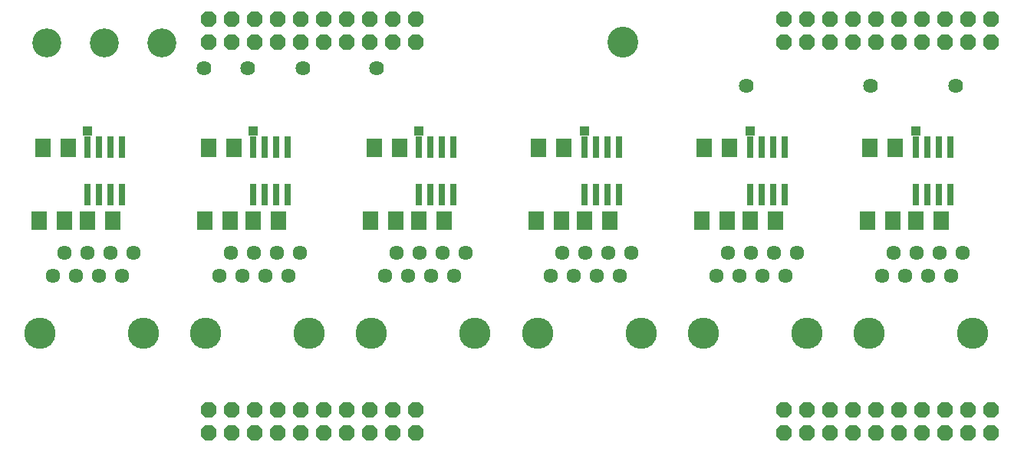
<source format=gts>
G75*
%MOIN*%
%OFA0B0*%
%FSLAX24Y24*%
%IPPOS*%
%LPD*%
%AMOC8*
5,1,8,0,0,1.08239X$1,22.5*
%
%ADD10OC8,0.0680*%
%ADD11R,0.0710X0.0789*%
%ADD12C,0.1360*%
%ADD13C,0.0634*%
%ADD14C,0.1340*%
%ADD15C,0.1261*%
%ADD16R,0.0316X0.0946*%
%ADD17R,0.0437X0.0437*%
%ADD18C,0.0640*%
D10*
X017443Y009893D03*
X018443Y009893D03*
X019443Y009893D03*
X020443Y009893D03*
X021443Y009893D03*
X022443Y009893D03*
X023443Y009893D03*
X024443Y009893D03*
X025443Y009893D03*
X026443Y009893D03*
X026443Y010893D03*
X025443Y010893D03*
X024443Y010893D03*
X023443Y010893D03*
X022443Y010893D03*
X021443Y010893D03*
X020443Y010893D03*
X019443Y010893D03*
X018443Y010893D03*
X017443Y010893D03*
X042443Y010893D03*
X043443Y010893D03*
X044443Y010893D03*
X045443Y010893D03*
X046443Y010893D03*
X047443Y010893D03*
X048443Y010893D03*
X049443Y010893D03*
X050443Y010893D03*
X051443Y010893D03*
X051443Y009893D03*
X050443Y009893D03*
X049443Y009893D03*
X048443Y009893D03*
X047443Y009893D03*
X046443Y009893D03*
X045443Y009893D03*
X044443Y009893D03*
X043443Y009893D03*
X042443Y009893D03*
X042443Y026893D03*
X043443Y026893D03*
X044443Y026893D03*
X045443Y026893D03*
X046443Y026893D03*
X047443Y026893D03*
X048443Y026893D03*
X049443Y026893D03*
X050443Y026893D03*
X051443Y026893D03*
X051443Y027893D03*
X050443Y027893D03*
X049443Y027893D03*
X048443Y027893D03*
X047443Y027893D03*
X046443Y027893D03*
X045443Y027893D03*
X044443Y027893D03*
X043443Y027893D03*
X042443Y027893D03*
X026443Y027893D03*
X025443Y027893D03*
X024443Y027893D03*
X023443Y027893D03*
X022443Y027893D03*
X021443Y027893D03*
X020443Y027893D03*
X019443Y027893D03*
X018443Y027893D03*
X017443Y027893D03*
X017443Y026893D03*
X018443Y026893D03*
X019443Y026893D03*
X020443Y026893D03*
X021443Y026893D03*
X022443Y026893D03*
X023443Y026893D03*
X024443Y026893D03*
X025443Y026893D03*
X026443Y026893D03*
D11*
X025734Y022288D03*
X024632Y022288D03*
X024482Y019138D03*
X025584Y019138D03*
X026582Y019138D03*
X027684Y019138D03*
X031682Y019138D03*
X032784Y019138D03*
X033782Y019138D03*
X034884Y019138D03*
X038882Y019138D03*
X039984Y019138D03*
X040982Y019138D03*
X042084Y019138D03*
X046082Y019138D03*
X047184Y019138D03*
X048182Y019138D03*
X049284Y019138D03*
X047284Y022288D03*
X046182Y022288D03*
X040084Y022288D03*
X038982Y022288D03*
X032884Y022288D03*
X031782Y022288D03*
X020484Y019138D03*
X019382Y019138D03*
X018384Y019138D03*
X017282Y019138D03*
X013284Y019138D03*
X012182Y019138D03*
X011184Y019138D03*
X010082Y019138D03*
X010232Y022288D03*
X011334Y022288D03*
X017432Y022288D03*
X018534Y022288D03*
D12*
X017318Y014208D03*
X014613Y014208D03*
X010113Y014208D03*
X021818Y014208D03*
X024523Y014208D03*
X029023Y014208D03*
X031728Y014208D03*
X036228Y014208D03*
X038933Y014208D03*
X043433Y014208D03*
X046138Y014208D03*
X050638Y014208D03*
D13*
X049713Y016708D03*
X048713Y016708D03*
X047713Y016708D03*
X046713Y016708D03*
X047213Y017708D03*
X048213Y017708D03*
X049213Y017708D03*
X050213Y017708D03*
X043008Y017708D03*
X042008Y017708D03*
X041008Y017708D03*
X040008Y017708D03*
X040508Y016708D03*
X041508Y016708D03*
X042508Y016708D03*
X039508Y016708D03*
X035803Y017708D03*
X034803Y017708D03*
X033803Y017708D03*
X032803Y017708D03*
X033303Y016708D03*
X032303Y016708D03*
X034303Y016708D03*
X035303Y016708D03*
X028598Y017708D03*
X027598Y017708D03*
X026598Y017708D03*
X025598Y017708D03*
X026098Y016708D03*
X027098Y016708D03*
X028098Y016708D03*
X025098Y016708D03*
X021393Y017708D03*
X020393Y017708D03*
X019393Y017708D03*
X018393Y017708D03*
X018893Y016708D03*
X019893Y016708D03*
X020893Y016708D03*
X017893Y016708D03*
X014188Y017708D03*
X013188Y017708D03*
X012188Y017708D03*
X011188Y017708D03*
X011688Y016708D03*
X010688Y016708D03*
X012688Y016708D03*
X013688Y016708D03*
D14*
X035443Y026893D03*
D15*
X015393Y026843D03*
X012893Y026843D03*
X010393Y026843D03*
D16*
X012183Y022312D03*
X012683Y022312D03*
X013183Y022312D03*
X013683Y022312D03*
X013683Y020265D03*
X013183Y020265D03*
X012683Y020265D03*
X012183Y020265D03*
X019383Y020265D03*
X019883Y020265D03*
X020383Y020265D03*
X020883Y020265D03*
X020883Y022312D03*
X020383Y022312D03*
X019883Y022312D03*
X019383Y022312D03*
X026583Y022312D03*
X027083Y022312D03*
X027583Y022312D03*
X028083Y022312D03*
X028083Y020265D03*
X027583Y020265D03*
X027083Y020265D03*
X026583Y020265D03*
X033783Y020265D03*
X034283Y020265D03*
X034783Y020265D03*
X035283Y020265D03*
X035283Y022312D03*
X034783Y022312D03*
X034283Y022312D03*
X033783Y022312D03*
X040983Y022312D03*
X041483Y022312D03*
X041983Y022312D03*
X042483Y022312D03*
X042483Y020265D03*
X041983Y020265D03*
X041483Y020265D03*
X040983Y020265D03*
X048183Y020265D03*
X048683Y020265D03*
X049183Y020265D03*
X049683Y020265D03*
X049683Y022312D03*
X049183Y022312D03*
X048683Y022312D03*
X048183Y022312D03*
D17*
X048183Y023038D03*
X040983Y023038D03*
X033783Y023038D03*
X026583Y023038D03*
X019383Y023038D03*
X012183Y023038D03*
D18*
X017243Y025743D03*
X019143Y025743D03*
X021543Y025743D03*
X024743Y025743D03*
X040793Y024993D03*
X046193Y024993D03*
X049893Y024993D03*
M02*

</source>
